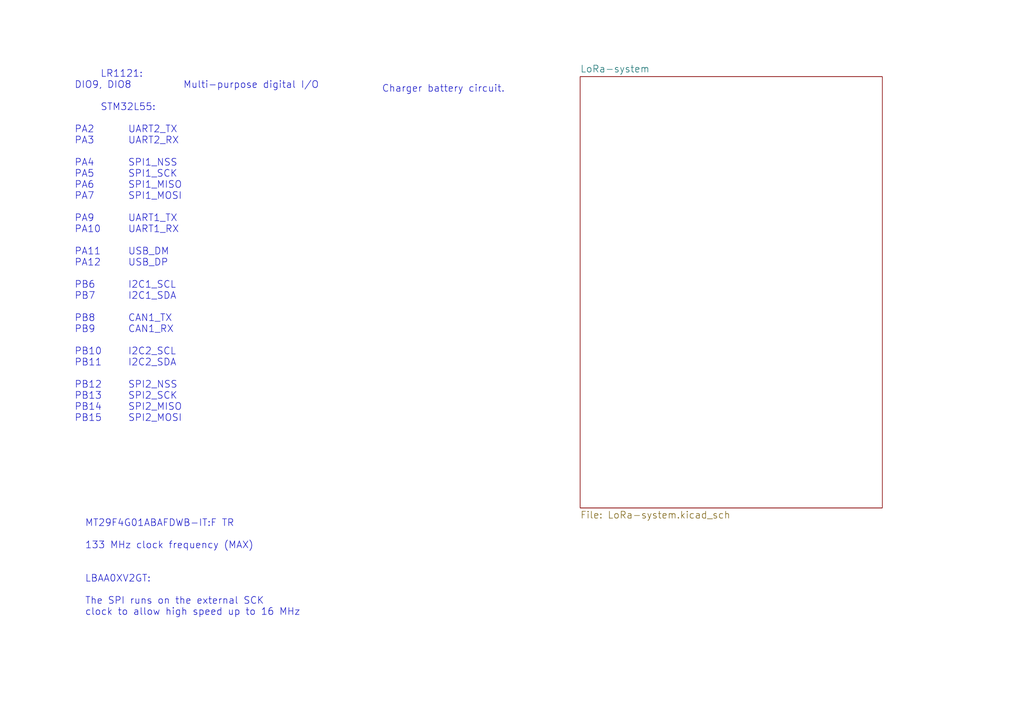
<source format=kicad_sch>
(kicad_sch
	(version 20250114)
	(generator "eeschema")
	(generator_version "9.0")
	(uuid "6f884698-74c0-4ae2-9ae5-e4bb363c76bd")
	(paper "A4")
	(lib_symbols)
	(text "	LR1121:\nDIO9, DIO8 		Multi-purpose digital I/O\n\n	STM32L55:\n\nPA2		UART2_TX	\nPA3		UART2_RX\n\nPA4		SPI1_NSS\nPA5		SPI1_SCK\nPA6		SPI1_MISO\nPA7		SPI1_MOSI\n\nPA9		UART1_TX\nPA10	UART1_RX\n\nPA11	USB_DM\nPA12	USB_DP\n\nPB6		I2C1_SCL\nPB7		I2C1_SDA\n\nPB8		CAN1_TX\nPB9		CAN1_RX\n\nPB10	I2C2_SCL\nPB11	I2C2_SDA\n\nPB12	SPI2_NSS\nPB13	SPI2_SCK\nPB14	SPI2_MISO\nPB15	SPI2_MOSI"
		(exclude_from_sim no)
		(at 21.59 20.32 0)
		(effects
			(font
				(size 2 2)
			)
			(justify left top)
		)
		(uuid "5b696b7c-a1df-49cb-b2d6-c7d7b1a38d73")
	)
	(text "MT29F4G01ABAFDWB-IT:F TR\n\n133 MHz clock frequency (MAX)\n\n\nLBAA0XV2GT:\n\nThe SPI runs on the external SCK \nclock to allow high speed up to 16 MHz"
		(exclude_from_sim no)
		(at 24.638 150.622 0)
		(effects
			(font
				(size 2 2)
			)
			(justify left top)
		)
		(uuid "8a04f342-2744-4f3d-b0c2-509801578919")
	)
	(text "Charger battery circuit."
		(exclude_from_sim no)
		(at 110.744 24.638 0)
		(effects
			(font
				(size 2 2)
			)
			(justify left top)
		)
		(uuid "e661f3d8-babd-44fe-921a-7ac9f76da3cc")
	)
	(sheet
		(at 168.275 22.225)
		(size 87.63 125.095)
		(exclude_from_sim no)
		(in_bom yes)
		(on_board yes)
		(dnp no)
		(fields_autoplaced yes)
		(stroke
			(width 0.1524)
			(type solid)
		)
		(fill
			(color 0 0 0 0.0000)
		)
		(uuid "eee04fc6-2e44-4769-821f-13bde3aae37d")
		(property "Sheetname" "LoRa-system"
			(at 168.275 21.1484 0)
			(effects
				(font
					(size 2 2)
				)
				(justify left bottom)
			)
		)
		(property "Sheetfile" "LoRa-system.kicad_sch"
			(at 168.275 148.1966 0)
			(effects
				(font
					(size 2 2)
				)
				(justify left top)
			)
		)
		(instances
			(project "LR1121"
				(path "/6f884698-74c0-4ae2-9ae5-e4bb363c76bd"
					(page "2")
				)
			)
		)
	)
	(sheet_instances
		(path "/"
			(page "1")
		)
	)
	(embedded_fonts no)
)

</source>
